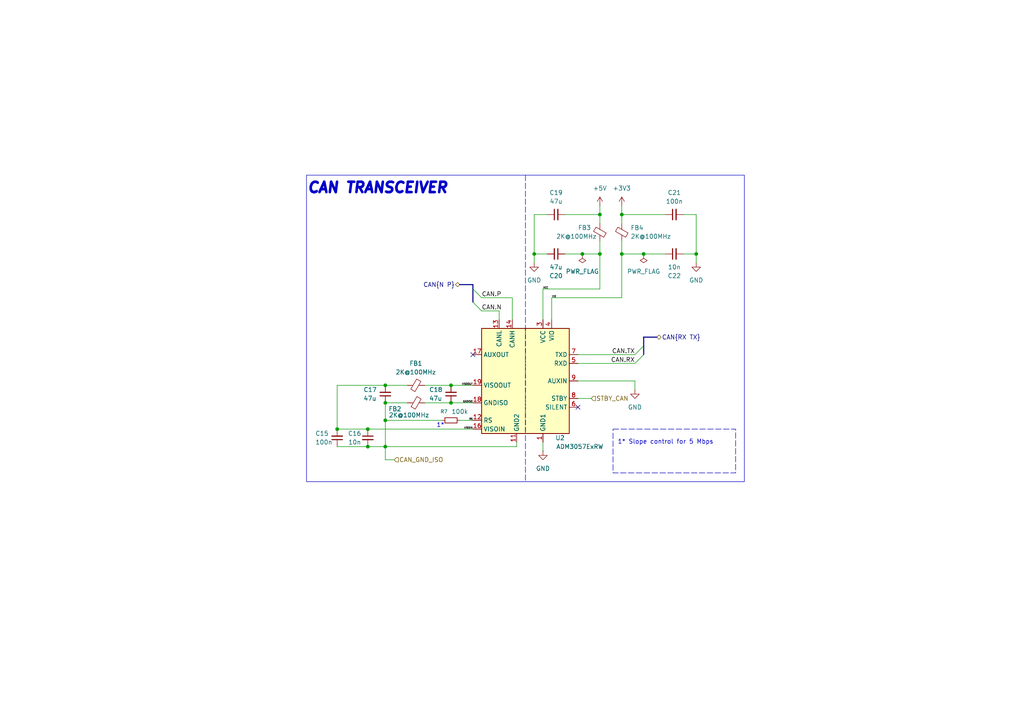
<source format=kicad_sch>
(kicad_sch (version 20250114) (generator "eeschema") (generator_version "9.0")
  (paper "A4")
  (title_block (title "PLC ON STM") (company "Author: Grzegorz Potocki"))
  (lib_symbols
    (symbol "+5V_1" (power) (pin_numbers (hide yes)) (pin_names (offset 0) (hide yes))
      (property "Value" "+5V" (at 0 3.556 0))
      (symbol "+5V_1_0_1"
        (polyline (pts (xy -0.762 1.27) (xy 0 2.54)))
        (polyline (pts (xy 0 2.54) (xy 0.762 1.27)))
        (polyline (pts (xy 0 0) (xy 0 2.54)))
      )
      (symbol "+5V_1_1_1"
        (pin power_in line (at 0 0 90) (length 0) (name "~") (number "1"))
      )
    )
    (symbol "Device:C_Small" (pin_numbers (hide yes)) (pin_names (offset 0.254) (hide yes))
      (property "Reference" "C" (at 0.254 1.778 0))
      (property "Value" "C_Small" (at 0.254 -2.032 0))
      (symbol "C_Small_0_1"
        (polyline (pts (xy -1.524 0.508) (xy 1.524 0.508)) (stroke (width 0.3048)))
        (polyline (pts (xy -1.524 -0.508) (xy 1.524 -0.508)) (stroke (width 0.3302)))
      )
      (symbol "C_Small_1_1"
        (pin passive line (at 0 2.54 270) (length 2.032) (name "~") (number "1"))
        (pin passive line (at 0 -2.54 90) (length 2.032) (name "~") (number "2"))
      )
    )
    (symbol "Device:FerriteBead_Small" (pin_numbers (hide yes)) (pin_names (offset 0))
      (property "Reference" "FB" (at 1.905 1.27 0))
      (property "Value" "FerriteBead_Small" (at 1.905 -1.27 0))
      (symbol "FerriteBead_Small_0_1"
        (polyline (pts (xy -1.8288 0.2794) (xy -1.1176 1.4986) (xy 1.8288 -0.2032) (xy 1.1176 -1.4224) (xy -1.8288 0.2794)))
        (polyline (pts (xy 0 0.889) (xy 0 1.2954)))
        (polyline (pts (xy 0 -1.27) (xy 0 -0.7874)))
      )
      (symbol "FerriteBead_Small_1_1"
        (pin passive line (at 0 2.54 270) (length 1.27) (name "~") (number "1"))
        (pin passive line (at 0 -2.54 90) (length 1.27) (name "~") (number "2"))
      )
    )
    (symbol "GND_1" (power) (pin_numbers (hide yes)) (pin_names (offset 0) (hide yes))
      (property "Value" "GND" (at 0 -3.81 0))
      (symbol "GND_1_0_1"
        (polyline (pts (xy 0 0) (xy 0 -1.27) (xy 1.27 -1.27) (xy 0 -2.54) (xy -1.27 -1.27) (xy 0 -1.27)))
      )
      (symbol "GND_1_1_1"
        (pin power_in line (at 0 0 270) (length 0) (name "~") (number "1"))
      )
    )
    (symbol "Interface_CAN_LIN:ADM3057ExRW"
      (property "Reference" "U7" (at 4.6833 -17.78 0))
      (property "Value" "ADM3057ExRW" (at 4.6833 -20.32 0))
      (symbol "ADM3057ExRW_0_1"
        (rectangle (start -12.7 15.24) (end 12.7 -15.24) (stroke (width 0.254)) (fill (type background)))
        (polyline (pts (xy 0 15.24) (xy 0 13.97)))
        (polyline (pts (xy 0 13.335) (xy 0 12.065)))
        (polyline (pts (xy 0 11.43) (xy 0 10.16)))
        (polyline (pts (xy 0 9.525) (xy 0 8.255)))
        (polyline (pts (xy 0 7.62) (xy 0 6.35)))
        (polyline (pts (xy 0 5.715) (xy 0 4.445)))
        (polyline (pts (xy 0 3.81) (xy 0 2.54)))
        (polyline (pts (xy 0 1.905) (xy 0 0.635)))
        (polyline (pts (xy 0 0) (xy 0 -1.27)))
        (polyline (pts (xy 0 -1.905) (xy 0 -3.175)))
        (polyline (pts (xy 0 -3.81) (xy 0 -5.08)))
        (polyline (pts (xy 0 -5.715) (xy 0 -6.985)))
        (polyline (pts (xy 0 -7.62) (xy 0 -8.89)))
        (polyline (pts (xy 0 -9.525) (xy 0 -10.795)))
        (polyline (pts (xy 0 -11.43) (xy 0 -12.7)))
        (polyline (pts (xy 0 -13.335) (xy 0 -14.605)))
      )
      (symbol "ADM3057ExRW_1_1"
        (pin input line (at -15.24 7.62 0) (length 2.54) (name "TXD") (number "7"))
        (pin output line (at -15.24 5.08 0) (length 2.54) (name "RXD") (number "5"))
        (pin input line (at -15.24 0 0) (length 2.54) (name "AUXIN") (number "9"))
        (pin input line (at -15.24 -5.08 0) (length 2.54) (name "STBY") (number "8"))
        (pin input line (at -15.24 -7.62 0) (length 2.54) (name "SILENT") (number "6"))
        (pin power_in line (at -7.62 17.78 270) (length 2.54) (name "VIO") (number "4"))
        (pin power_in line (at -5.08 17.78 270) (length 2.54) (name "VCC") (number "3"))
        (pin power_in line (at -5.08 -17.78 90) (length 2.54) (name "GND1") (number "1"))
        (pin passive line (at -5.08 -17.78 90) (length 2.54) (hide yes) (name "GND1") (number "10"))
        (pin passive line (at -5.08 -17.78 90) (length 2.54) (hide yes) (name "GND1") (number "2"))
        (pin passive line (at 2.54 -17.78 90) (length 2.54) (name "GND2") (number "11"))
        (pin passive line (at 2.54 -17.78 90) (length 2.54) (hide yes) (name "GND2") (number "15"))
        (pin bidirectional line (at 3.81 17.78 270) (length 2.54) (name "CANH") (number "14"))
        (pin bidirectional line (at 7.62 17.78 270) (length 2.54) (name "CANL") (number "13"))
        (pin output line (at 15.24 7.62 180) (length 2.54) (name "AUXOUT") (number "17"))
        (pin passive line (at 15.24 -1.27 180) (length 2.54) (name "VISOOUT") (number "19"))
        (pin passive line (at 15.24 -6.35 180) (length 2.54) (name "GNDISO") (number "18"))
        (pin passive line (at 15.24 -6.35 180) (length 2.54) (hide yes) (name "GNDISO") (number "20"))
        (pin input line (at 15.24 -11.43 180) (length 2.54) (name "RS") (number "12"))
        (pin passive line (at 15.24 -13.97 180) (length 2.54) (name "VISOIN") (number "16"))
      )
    )
    (symbol "PWR_FLAG_1" (power) (pin_numbers (hide yes)) (pin_names (offset 0) (hide yes))
      (property "Value" "PWR_FLAG" (at 0 3.81 0))
      (symbol "PWR_FLAG_1_0_0"
        (pin power_out line (at 0 0 90) (length 0) (name "~") (number "1"))
      )
      (symbol "PWR_FLAG_1_0_1"
        (polyline (pts (xy 0 0) (xy 0 1.27) (xy -1.016 1.905) (xy 0 2.54) (xy 1.016 1.905) (xy 0 1.27)))
      )
    )
    (symbol "R_Small_1" (pin_numbers (hide yes)) (pin_names (offset 0.254) (hide yes))
      (property "Reference" "R" (at 0 0 90))
      (property "Value" "R_Small" (at 1.778 0 90))
      (symbol "R_Small_1_0_1"
        (rectangle (start -0.762 1.778) (end 0.762 -1.778) (stroke (width 0.2032)))
      )
      (symbol "R_Small_1_1_1"
        (pin passive line (at 0 2.54 270) (length 0.762) (name "~") (number "1"))
        (pin passive line (at 0 -2.54 90) (length 0.762) (name "~") (number "2"))
      )
    )
    (symbol "power:+3V3" (power) (pin_numbers (hide yes)) (pin_names (offset 0) (hide yes))
      (property "Value" "+3V3" (at 0 3.556 0))
      (symbol "+3V3_0_1"
        (polyline (pts (xy -0.762 1.27) (xy 0 2.54)))
        (polyline (pts (xy 0 2.54) (xy 0.762 1.27)))
        (polyline (pts (xy 0 0) (xy 0 2.54)))
      )
      (symbol "+3V3_1_1"
        (pin power_in line (at 0 0 90) (length 0) (name "~") (number "1"))
      )
    )
  )
  (rectangle (start 88.9 50.8) (end 215.9 139.7))
  (rectangle (start 177.8 124.46) (end 213.36 137.16) (stroke (width 0) (type dash)))
  (text "1* Slope control for 5 Mbps" (at 193.04 128.27 0) (effects (font (size 1.27 1.27))))
  (text "CAN TRANSCEIVER" (at 88.9 54.61 0) (effects (font (size 3 3) (thickness 2) (bold yes) (italic yes)) (justify left)))
  (text "1*" (at 127.762 123.444 0) (effects (font (size 1.27 1.27))))
  (junction (at 186.69 73.66))
  (junction (at 106.68 129.54))
  (junction (at 130.81 111.76))
  (junction (at 106.68 124.46))
  (junction (at 111.76 116.84))
  (junction (at 173.99 73.66))
  (junction (at 180.34 62.23))
  (junction (at 111.76 111.76))
  (junction (at 130.81 116.84))
  (junction (at 97.79 124.46))
  (junction (at 111.76 121.92))
  (junction (at 154.94 73.66))
  (junction (at 180.34 73.66))
  (junction (at 111.76 129.54))
  (junction (at 173.99 62.23))
  (junction (at 168.91 73.66))
  (junction (at 201.93 73.66))
  (no_connect (at 137.16 102.87))
  (no_connect (at 167.64 118.11))
  (bus_entry (at 139.7 86.36) (size -2.54 -2.54))
  (bus_entry (at 186.69 102.87) (size -2.54 2.54))
  (bus_entry (at 139.7 90.17) (size -2.54 -2.54))
  (bus_entry (at 186.69 100.33) (size -2.54 2.54))
  (wire (pts (xy 173.99 69.85) (xy 173.99 73.66)))
  (wire (pts (xy 111.76 129.54) (xy 149.86 129.54)))
  (wire (pts (xy 111.76 133.35) (xy 114.3 133.35)))
  (wire (pts (xy 198.12 62.23) (xy 201.93 62.23)))
  (wire (pts (xy 180.34 73.66) (xy 186.69 73.66)))
  (wire (pts (xy 180.34 59.69) (xy 180.34 62.23)))
  (wire (pts (xy 180.34 62.23) (xy 193.04 62.23)))
  (bus (pts (xy 186.69 102.87) (xy 186.69 100.33)))
  (wire (pts (xy 157.48 128.27) (xy 157.48 130.81)))
  (wire (pts (xy 173.99 83.82) (xy 173.99 73.66)))
  (wire (pts (xy 173.99 64.77) (xy 173.99 62.23)))
  (wire (pts (xy 130.81 111.76) (xy 137.16 111.76)))
  (wire (pts (xy 111.76 116.84) (xy 118.11 116.84)))
  (bus (pts (xy 137.16 83.82) (xy 137.16 82.55)))
  (wire (pts (xy 154.94 73.66) (xy 154.94 76.2)))
  (wire (pts (xy 173.99 59.69) (xy 173.99 62.23)))
  (bus (pts (xy 137.16 83.82) (xy 137.16 87.63)))
  (wire (pts (xy 163.83 73.66) (xy 168.91 73.66)))
  (wire (pts (xy 168.91 73.66) (xy 173.99 73.66)))
  (wire (pts (xy 201.93 62.23) (xy 201.93 73.66)))
  (wire (pts (xy 186.69 73.66) (xy 193.04 73.66)))
  (wire (pts (xy 184.15 110.49) (xy 167.64 110.49)))
  (wire (pts (xy 111.76 116.84) (xy 111.76 121.92)))
  (wire (pts (xy 97.79 124.46) (xy 106.68 124.46)))
  (wire (pts (xy 97.79 129.54) (xy 106.68 129.54)))
  (wire (pts (xy 198.12 73.66) (xy 201.93 73.66)))
  (wire (pts (xy 139.7 90.17) (xy 144.78 90.17)))
  (wire (pts (xy 167.64 105.41) (xy 184.15 105.41)))
  (wire (pts (xy 106.68 124.46) (xy 137.16 124.46)))
  (wire (pts (xy 111.76 111.76) (xy 118.11 111.76)))
  (wire (pts (xy 148.59 86.36) (xy 148.59 92.71)))
  (wire (pts (xy 123.19 116.84) (xy 130.81 116.84)))
  (wire (pts (xy 184.15 113.03) (xy 184.15 110.49)))
  (wire (pts (xy 160.02 86.36) (xy 180.34 86.36)))
  (wire (pts (xy 133.35 121.92) (xy 137.16 121.92)))
  (wire (pts (xy 157.48 92.71) (xy 157.48 83.82)))
  (wire (pts (xy 180.34 69.85) (xy 180.34 73.66)))
  (wire (pts (xy 201.93 73.66) (xy 201.93 76.2)))
  (wire (pts (xy 167.64 102.87) (xy 184.15 102.87)))
  (wire (pts (xy 149.86 129.54) (xy 149.86 128.27)))
  (wire (pts (xy 160.02 92.71) (xy 160.02 86.36)))
  (wire (pts (xy 111.76 121.92) (xy 111.76 129.54)))
  (wire (pts (xy 130.81 116.84) (xy 137.16 116.84)))
  (wire (pts (xy 163.83 62.23) (xy 173.99 62.23)))
  (wire (pts (xy 154.94 62.23) (xy 154.94 73.66)))
  (bus (pts (xy 186.69 97.79) (xy 190.5 97.79)))
  (wire (pts (xy 154.94 73.66) (xy 158.75 73.66)))
  (wire (pts (xy 180.34 62.23) (xy 180.34 64.77)))
  (bus (pts (xy 137.16 82.55) (xy 133.35 82.55)))
  (polyline (pts (xy 152.4 50.8) (xy 152.4 139.7)) (stroke (width 0) (type dash)))
  (wire (pts (xy 97.79 111.76) (xy 111.76 111.76)))
  (wire (pts (xy 123.19 111.76) (xy 130.81 111.76)))
  (wire (pts (xy 139.7 86.36) (xy 148.59 86.36)))
  (wire (pts (xy 111.76 121.92) (xy 128.27 121.92)))
  (wire (pts (xy 97.79 124.46) (xy 97.79 111.76)))
  (wire (pts (xy 167.64 115.57) (xy 171.45 115.57)))
  (bus (pts (xy 186.69 100.33) (xy 186.69 97.79)))
  (wire (pts (xy 106.68 129.54) (xy 111.76 129.54)))
  (wire (pts (xy 180.34 86.36) (xy 180.34 73.66)))
  (wire (pts (xy 144.78 92.71) (xy 144.78 90.17)))
  (wire (pts (xy 157.48 83.82) (xy 173.99 83.82)))
  (wire (pts (xy 111.76 129.54) (xy 111.76 133.35)))
  (wire (pts (xy 158.75 62.23) (xy 154.94 62.23)))
  (label "CAN.N" (at 139.7 90.17 0) (property "Netclass" "CAN" (effects (hide yes))))
  (label "VISOOUT" (at 137.16 111.76 180) (effects (font (size 0.5 0.5))))
  (label "GNDISO" (at 137.16 116.84 180) (effects (font (size 0.5 0.5))))
  (label "CAN.P" (at 139.7 86.36 0) (property "Netclass" "CAN" (effects (hide yes))))
  (label "VCC" (at 157.48 83.82 0) (effects (font (size 0.5 0.5))))
  (label "CAN.TX" (at 184.15 102.87 180))
  (label "VISOIN" (at 137.16 124.46 180) (effects (font (size 0.5 0.5))))
  (label "RS" (at 137.16 121.92 180) (effects (font (size 0.5 0.5))))
  (label "CAN.RX" (at 184.15 105.41 180))
  (label "VIO" (at 160.02 86.36 0) (effects (font (size 0.5 0.5))))
  (hierarchical_label "CAN{RX TX}" (shape bidirectional) (at 190.5 97.79 0))
  (hierarchical_label "STBY_CAN" (shape input) (at 171.45 115.57 0))
  (hierarchical_label "CAN_GND_ISO" (shape input) (at 114.3 133.35 0))
  (hierarchical_label "CAN{N P}" (shape bidirectional) (at 133.35 82.55 180))
  (symbol (lib_name "PWR_FLAG_1") (lib_id "power:PWR_FLAG") (at 168.91 73.66 180) (unit 1)
    (property "Reference" "#FLG05" (effects (hide yes)))
    (property "Value" "PWR_FLAG" (at 168.91 78.74 0))
    (property "Description" "Special symbol for telling ERC where power comes from" (effects (hide yes)))
  )
  (symbol (lib_name "R_Small_1") (lib_id "Device:R_Small") (at 130.81 121.92 90) (unit 1)
    (property "Reference" "R7" (at 128.778 119.38 90) (effects (font (size 1.016 1.016))))
    (property "Value" "100k" (at 133.35 119.38 90))
    (property "Footprint" "Resistor_SMD:R_0603_1608Metric_Pad0.98x0.95mm_HandSolder" (effects (hide yes)))
    (property "Datasheet" "https://www.koaspeer.com/pdfs/RK73B.pdf" (effects (hide yes)))
    (property "Description" "Resistor, small symbol" (effects (hide yes)))
    (property "Mouser Part Number" "603-RT0603DRE07100KL" (effects (hide yes)))
    (property "Mouser Price/Stock" "https://www.mouser.pl/ProductDetail/KOA-Speer/RK73B1JTTD104J?qs=sGAEpiMZZMvdGkrng054t2HaaJFon%252B0pQ1vDU7rpyKc%3D" (effects (hide yes)))
  )
  (symbol (lib_id "Device:FerriteBead_Small") (at 180.34 67.31 180) (unit 1)
    (property "Reference" "FB4" (at 182.88 66.078 0) (effects (justify right)))
    (property "Value" "2K@100MHz" (at 182.88 68.58 0) (effects (justify right)))
    (property "Footprint" "Inductor_SMD:L_0805_2012Metric_Pad1.05x1.20mm_HandSolder" (effects (hide yes)))
    (property "Description" "Ferrite bead, small symbol" (effects (hide yes)))
    (property "Mouser Price/Stock" "https://www.mouser.pl/ProductDetail/Fair-Rite/2508052027Y1?qs=paL1wOLBYNcCgyNDp2sTMQ%3D%3D" (effects (hide yes)))
    (property "Mouser Part Number" "623-2508052027Y1" (effects (hide yes)))
  )
  (symbol (lib_name "GND_1") (lib_id "power:GND") (at 184.15 113.03 0) (unit 1)
    (property "Reference" "#PWR014" (effects (hide yes)))
    (property "Value" "GND" (at 184.15 118.11 0))
    (property "Description" "Power symbol creates a global label with name \"GND\" , ground" (effects (hide yes)))
  )
  (symbol (lib_id "Device:C_Small") (at 130.81 114.3 180) (unit 1)
    (property "Reference" "C18" (at 124.46 113.03 0) (effects (justify right)))
    (property "Value" "47u" (at 124.46 115.57 0) (effects (justify right)))
    (property "Footprint" "Capacitor_SMD:C_0805_2012Metric_Pad1.18x1.45mm_HandSolder" (effects (hide yes)))
    (property "Datasheet" "https://www.mouser.pl/datasheet/3/76/1/GRM21BR60J476ME01_01A.pdf" (effects (hide yes)))
    (property "Description" "Unpolarized capacitor, small symbol" (effects (hide yes)))
    (property "Mouser Part Number" "81-GRM21BR60J476M01L" (effects (hide yes)))
    (property "Mouser Price/Stock" "https://www.mouser.pl/ProductDetail/Murata-Electronics/GRM21BR60J476ME01L?qs=u16ybLDytRYYQtTToF3RWA%3D%3D" (effects (hide yes)))
  )
  (symbol (lib_name "GND_1") (lib_id "power:GND") (at 201.93 76.2 0) (unit 1)
    (property "Reference" "#PWR015" (effects (hide yes)))
    (property "Value" "GND" (at 201.93 81.28 0))
    (property "Description" "Power symbol creates a global label with name \"GND\" , ground" (effects (hide yes)))
  )
  (symbol (lib_id "Device:C_Small") (at 195.58 73.66 90) (mirror x) (unit 1)
    (property "Reference" "C22" (at 195.5863 80.01 90))
    (property "Value" "10n" (at 195.5863 77.47 90))
    (property "Footprint" "Capacitor_SMD:C_0603_1608Metric_Pad1.08x0.95mm_HandSolder" (effects (hide yes)))
    (property "Datasheet" "https://search.murata.co.jp/Ceramy/image/img/A01X/G101/ENG/GRM1857U1A103JA44-01A.pdf" (effects (hide yes)))
    (property "Description" "Unpolarized capacitor, small symbol" (effects (hide yes)))
    (property "Mouser Price/Stock" "https://www.mouser.pl/ProductDetail/Murata-Electronics/GRM1857U1A103JA44J?qs=d0WKAl%252BL4KZZUNRgUMYSnw%3D%3D" (effects (hide yes)))
    (property "Mouser Part Number" "81-GRM1857U1A103JA4J" (effects (hide yes)))
  )
  (symbol (lib_id "Device:C_Small") (at 111.76 114.3 180) (unit 1)
    (property "Reference" "C17" (at 105.41 113.03 0) (effects (justify right)))
    (property "Value" "47u" (at 105.41 115.57 0) (effects (justify right)))
    (property "Footprint" "Capacitor_SMD:C_0805_2012Metric_Pad1.18x1.45mm_HandSolder" (effects (hide yes)))
    (property "Datasheet" "https://www.mouser.pl/datasheet/3/76/1/GRM21BR60J476ME01_01A.pdf" (effects (hide yes)))
    (property "Description" "Unpolarized capacitor, small symbol" (effects (hide yes)))
    (property "Mouser Part Number" "81-GRM21BR60J476M01L" (effects (hide yes)))
    (property "Mouser Price/Stock" "https://www.mouser.pl/ProductDetail/Murata-Electronics/GRM21BR60J476ME01L?qs=u16ybLDytRYYQtTToF3RWA%3D%3D" (effects (hide yes)))
  )
  (symbol (lib_id "Device:FerriteBead_Small") (at 120.65 116.84 270) (unit 1)
    (property "Reference" "FB2" (at 114.554 118.618 90))
    (property "Value" "2K@100MHz" (at 118.618 120.396 90))
    (property "Footprint" "Inductor_SMD:L_0805_2012Metric_Pad1.05x1.20mm_HandSolder" (effects (hide yes)))
    (property "Description" "Ferrite bead, small symbol" (effects (hide yes)))
    (property "Mouser Price/Stock" "https://www.mouser.pl/ProductDetail/Fair-Rite/2508052027Y1?qs=paL1wOLBYNcCgyNDp2sTMQ%3D%3D" (effects (hide yes)))
    (property "Mouser Part Number" "623-2508052027Y1" (effects (hide yes)))
  )
  (symbol (lib_name "GND_1") (lib_id "power:GND") (at 157.48 130.81 0) (unit 1)
    (property "Reference" "#PWR011" (effects (hide yes)))
    (property "Value" "GND" (at 157.48 135.89 0))
    (property "Description" "Power symbol creates a global label with name \"GND\" , ground" (effects (hide yes)))
  )
  (symbol (lib_id "Device:FerriteBead_Small") (at 120.65 111.76 90) (unit 1)
    (property "Reference" "FB1" (at 120.6119 105.41 90))
    (property "Value" "2K@100MHz" (at 120.6119 107.95 90))
    (property "Footprint" "Inductor_SMD:L_0805_2012Metric_Pad1.05x1.20mm_HandSolder" (effects (hide yes)))
    (property "Description" "Ferrite bead, small symbol" (effects (hide yes)))
    (property "Mouser Price/Stock" "https://www.mouser.pl/ProductDetail/Fair-Rite/2508052027Y1?qs=paL1wOLBYNcCgyNDp2sTMQ%3D%3D" (effects (hide yes)))
    (property "Mouser Part Number" "623-2508052027Y1" (effects (hide yes)))
  )
  (symbol (lib_id "Device:C_Small") (at 161.29 73.66 270) (unit 1)
    (property "Reference" "C20" (at 161.2837 80.01 90))
    (property "Value" "47u" (at 161.2837 77.47 90))
    (property "Footprint" "Capacitor_SMD:C_0805_2012Metric_Pad1.18x1.45mm_HandSolder" (effects (hide yes)))
    (property "Datasheet" "https://www.mouser.pl/datasheet/3/76/1/GRM21BR60J476ME01_01A.pdf" (effects (hide yes)))
    (property "Description" "Unpolarized capacitor, small symbol" (effects (hide yes)))
    (property "Mouser Part Number" "81-GRM21BR60J476M01L" (effects (hide yes)))
    (property "Mouser Price/Stock" "https://www.mouser.pl/ProductDetail/Murata-Electronics/GRM21BR60J476ME01L?qs=u16ybLDytRYYQtTToF3RWA%3D%3D" (effects (hide yes)))
  )
  (symbol (lib_id "Device:C_Small") (at 97.79 127 180) (unit 1)
    (property "Reference" "C15" (at 91.44 125.73 0) (effects (justify right)))
    (property "Value" "100n" (at 91.44 128.27 0) (effects (justify right)))
    (property "Footprint" "Capacitor_SMD:C_0603_1608Metric_Pad1.08x0.95mm_HandSolder" (effects (hide yes)))
    (property "Datasheet" "https://search.murata.co.jp/Ceramy/image/img/A01X/G101/ENG/GRM033R6YA104ME14-01A.pdf" (effects (hide yes)))
    (property "Description" "Unpolarized capacitor, small symbol" (effects (hide yes)))
    (property "Mouser Price/Stock" "https://www.mouser.pl/ProductDetail/Murata-Electronics/GRM033R6YA104ME14D?qs=P%2FC4Eoq9CDwjSVlAMBrT%252Bw%3D%3D" (effects (hide yes)))
    (property "Mouser Part Number" "GRM033R6YA104ME14D" (effects (hide yes)))
  )
  (symbol (lib_id "power:+3V3") (at 180.34 59.69 0) (unit 1)
    (property "Reference" "#PWR013" (effects (hide yes)))
    (property "Value" "+3V3" (at 180.34 54.61 0))
    (property "Description" "Power symbol creates a global label with name \"+3V3\"" (effects (hide yes)))
  )
  (symbol (lib_name "GND_1") (lib_id "power:GND") (at 154.94 76.2 0) (unit 1)
    (property "Reference" "#PWR010" (effects (hide yes)))
    (property "Value" "GND" (at 154.94 81.28 0))
    (property "Description" "Power symbol creates a global label with name \"GND\" , ground" (effects (hide yes)))
  )
  (symbol (lib_id "Device:C_Small") (at 195.58 62.23 90) (unit 1)
    (property "Reference" "C21" (at 195.5863 55.88 90))
    (property "Value" "100n" (at 195.5863 58.42 90))
    (property "Footprint" "Capacitor_SMD:C_0603_1608Metric_Pad1.08x0.95mm_HandSolder" (effects (hide yes)))
    (property "Datasheet" "https://search.murata.co.jp/Ceramy/image/img/A01X/G101/ENG/GRM033R6YA104ME14-01A.pdf" (effects (hide yes)))
    (property "Description" "Unpolarized capacitor, small symbol" (effects (hide yes)))
    (property "Mouser Price/Stock" "https://www.mouser.pl/ProductDetail/Murata-Electronics/GRM033R6YA104ME14D?qs=P%2FC4Eoq9CDwjSVlAMBrT%252Bw%3D%3D" (effects (hide yes)))
    (property "Mouser Part Number" "GRM033R6YA104ME14D" (effects (hide yes)))
  )
  (symbol (lib_name "+5V_1") (lib_id "power:+5V") (at 173.99 59.69 0) (unit 1)
    (property "Reference" "#PWR012" (effects (hide yes)))
    (property "Value" "+5V" (at 173.99 54.61 0))
    (property "Description" "Power symbol creates a global label with name \"+5V\"" (effects (hide yes)))
  )
  (symbol (lib_id "Device:FerriteBead_Small") (at 173.99 67.31 180) (unit 1)
    (property "Reference" "FB3" (at 167.64 66.04 0) (effects (justify right)))
    (property "Value" "2K@100MHz" (at 161.29 68.58 0) (effects (justify right)))
    (property "Footprint" "Inductor_SMD:L_0805_2012Metric_Pad1.05x1.20mm_HandSolder" (effects (hide yes)))
    (property "Description" "Ferrite bead, small symbol" (effects (hide yes)))
    (property "Mouser Price/Stock" "https://www.mouser.pl/ProductDetail/Fair-Rite/2508052027Y1?qs=paL1wOLBYNcCgyNDp2sTMQ%3D%3D" (effects (hide yes)))
    (property "Mouser Part Number" "623-2508052027Y1" (effects (hide yes)))
  )
  (symbol (lib_id "Interface_CAN_LIN:ADM3057ExRW") (at 152.4 110.49 0) (mirror y) (unit 1)
    (property "Reference" "U2" (at 163.83 127 0) (effects (justify left)))
    (property "Value" "ADM3057ExRW" (at 161.29 129.54 0) (effects (justify right)))
    (property "Footprint" "Package_SO:SOIC-20W_7.5x12.8mm_P1.27mm" (effects (hide yes)))
    (property "Datasheet" "https://www.analog.com/media/en/technical-documentation/data-sheets/ADM3055E-3057E.pdf" (effects (hide yes)))
    (property "Description" "Isolated CAN FD Transceiver, integrated isolated DC-DC converter, 12Mbps, SOIC-20W" (effects (hide yes)))
    (property "Mouser Part Number" "584-ADM3057ETRWZ-EP" (effects (hide yes)))
    (property "Mouser Price/Stock" "https://www.mouser.pl/ProductDetail/Analog-Devices/ADM3057ETRWZ-EP?qs=l4Gc20tDgJLv1xN7W5O9oQ%3D%3D&srsltid=AfmBOooBAW4yk-ep4WQ9earbNGNaX5K5TlFc2WUCH1F66P2dqKhHqycS" (effects (hide yes)))
  )
  (symbol (lib_name "PWR_FLAG_1") (lib_id "power:PWR_FLAG") (at 186.69 73.66 180) (unit 1)
    (property "Reference" "#FLG06" (effects (hide yes)))
    (property "Value" "PWR_FLAG" (at 186.69 78.74 0))
    (property "Description" "Special symbol for telling ERC where power comes from" (effects (hide yes)))
  )
  (symbol (lib_id "Device:C_Small") (at 106.68 127 0) (mirror y) (unit 1)
    (property "Reference" "C16" (at 102.87 125.73 0))
    (property "Value" "10n" (at 102.87 128.27 0))
    (property "Footprint" "Capacitor_SMD:C_0603_1608Metric_Pad1.08x0.95mm_HandSolder" (effects (hide yes)))
    (property "Datasheet" "https://search.murata.co.jp/Ceramy/image/img/A01X/G101/ENG/GRM1857U1A103JA44-01A.pdf" (effects (hide yes)))
    (property "Description" "Unpolarized capacitor, small symbol" (effects (hide yes)))
    (property "Mouser Price/Stock" "https://www.mouser.pl/ProductDetail/Murata-Electronics/GRM1857U1A103JA44J?qs=d0WKAl%252BL4KZZUNRgUMYSnw%3D%3D" (effects (hide yes)))
    (property "Mouser Part Number" "81-GRM1857U1A103JA4J" (effects (hide yes)))
  )
  (symbol (lib_id "Device:C_Small") (at 161.29 62.23 90) (unit 1)
    (property "Reference" "C19" (at 161.2963 55.88 90))
    (property "Value" "47u" (at 161.2963 58.42 90))
    (property "Footprint" "Capacitor_SMD:C_0805_2012Metric_Pad1.18x1.45mm_HandSolder" (effects (hide yes)))
    (property "Datasheet" "https://www.mouser.pl/datasheet/3/76/1/GRM21BR60J476ME01_01A.pdf" (effects (hide yes)))
    (property "Description" "Unpolarized capacitor, small symbol" (effects (hide yes)))
    (property "Mouser Part Number" "81-GRM21BR60J476M01L" (effects (hide yes)))
    (property "Mouser Price/Stock" "https://www.mouser.pl/ProductDetail/Murata-Electronics/GRM21BR60J476ME01L?qs=u16ybLDytRYYQtTToF3RWA%3D%3D" (effects (hide yes)))
  )
)
</source>
